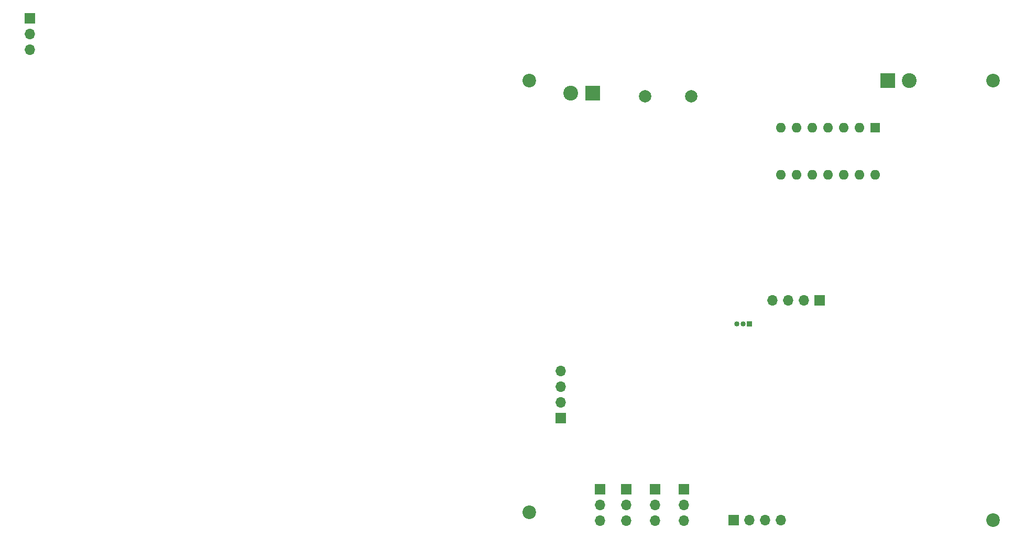
<source format=gbr>
%TF.GenerationSoftware,KiCad,Pcbnew,7.0.8*%
%TF.CreationDate,2025-04-12T00:46:53+05:30*%
%TF.ProjectId,hardware assignement,68617264-7761-4726-9520-61737369676e,rev?*%
%TF.SameCoordinates,Original*%
%TF.FileFunction,Soldermask,Bot*%
%TF.FilePolarity,Negative*%
%FSLAX46Y46*%
G04 Gerber Fmt 4.6, Leading zero omitted, Abs format (unit mm)*
G04 Created by KiCad (PCBNEW 7.0.8) date 2025-04-12 00:46:53*
%MOMM*%
%LPD*%
G01*
G04 APERTURE LIST*
%ADD10O,1.700000X1.700000*%
%ADD11R,1.700000X1.700000*%
%ADD12C,2.400000*%
%ADD13R,2.400000X2.400000*%
%ADD14C,2.000000*%
%ADD15O,1.600000X1.600000*%
%ADD16R,1.600000X1.600000*%
%ADD17O,0.850000X0.850000*%
%ADD18R,0.850000X0.850000*%
%ADD19C,2.200000*%
G04 APERTURE END LIST*
D10*
%TO.C,uart*%
X156220000Y-101600000D03*
X153680000Y-101600000D03*
X151140000Y-101600000D03*
D11*
X148600000Y-101600000D03*
%TD*%
D10*
%TO.C,I2C*%
X154930000Y-66040000D03*
X157470000Y-66040000D03*
X160010000Y-66040000D03*
D11*
X162550000Y-66040000D03*
%TD*%
D10*
%TO.C,Serial*%
X120650000Y-77460000D03*
X120650000Y-80000000D03*
X120650000Y-82540000D03*
D11*
X120650000Y-85080000D03*
%TD*%
D10*
%TO.C,J12*%
X34880000Y-25415000D03*
X34880000Y-22875000D03*
D11*
X34880000Y-20335000D03*
%TD*%
D12*
%TO.C,J11*%
X177020000Y-30480000D03*
D13*
X173520000Y-30480000D03*
%TD*%
D12*
%TO.C,J10*%
X122320000Y-32450000D03*
D13*
X125820000Y-32450000D03*
%TD*%
D10*
%TO.C,J7*%
X140540000Y-101615000D03*
X140540000Y-99075000D03*
D11*
X140540000Y-96535000D03*
%TD*%
D10*
%TO.C,J6*%
X135890000Y-101615000D03*
X135890000Y-99075000D03*
D11*
X135890000Y-96535000D03*
%TD*%
D10*
%TO.C,J3*%
X131240000Y-101615000D03*
X131240000Y-99075000D03*
D11*
X131240000Y-96535000D03*
%TD*%
D10*
%TO.C,J1*%
X127000000Y-101615000D03*
X127000000Y-99075000D03*
D11*
X127000000Y-96535000D03*
%TD*%
D14*
%TO.C,C12*%
X141790000Y-33020000D03*
X134290000Y-33020000D03*
%TD*%
D15*
%TO.C,U3*%
X171450000Y-45720000D03*
X168910000Y-45720000D03*
X166370000Y-45720000D03*
X163830000Y-45720000D03*
X161290000Y-45720000D03*
X158750000Y-45720000D03*
X156210000Y-45720000D03*
X156210000Y-38100000D03*
X158750000Y-38100000D03*
X161290000Y-38100000D03*
X163830000Y-38100000D03*
X166370000Y-38100000D03*
X168910000Y-38100000D03*
D16*
X171450000Y-38100000D03*
%TD*%
D17*
%TO.C,SW1*%
X149130000Y-69850000D03*
X150130000Y-69850000D03*
D18*
X151130000Y-69850000D03*
%TD*%
D19*
%TO.C,H4*%
X190500000Y-101600000D03*
%TD*%
%TO.C,H3*%
X115570000Y-100330000D03*
%TD*%
%TO.C,H2*%
X190500000Y-30480000D03*
%TD*%
%TO.C,H1*%
X115570000Y-30480000D03*
%TD*%
M02*

</source>
